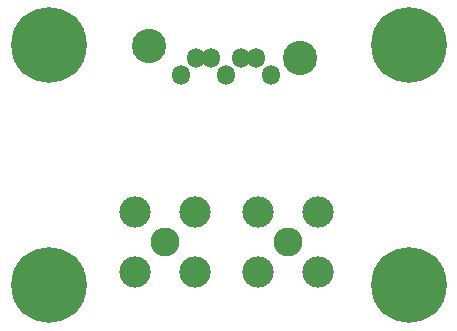
<source format=gbr>
%TF.GenerationSoftware,KiCad,Pcbnew,(5.99.0-10394-g2e15de97e0)*%
%TF.CreationDate,2021-05-18T12:17:20+02:00*%
%TF.ProjectId,SATABAL01A,53415441-4241-44c3-9031-412e6b696361,rev?*%
%TF.SameCoordinates,Original*%
%TF.FileFunction,Soldermask,Top*%
%TF.FilePolarity,Negative*%
%FSLAX46Y46*%
G04 Gerber Fmt 4.6, Leading zero omitted, Abs format (unit mm)*
G04 Created by KiCad (PCBNEW (5.99.0-10394-g2e15de97e0)) date 2021-05-18 12:17:20*
%MOMM*%
%LPD*%
G01*
G04 APERTURE LIST*
%ADD10O,1.500000X1.700000*%
%ADD11C,2.900000*%
%ADD12C,2.450000*%
%ADD13C,2.650000*%
%ADD14C,6.400000*%
G04 APERTURE END LIST*
D10*
%TO.C,J1*%
X23926800Y22858600D03*
X22656800Y24358600D03*
X21386800Y24358600D03*
X20116800Y22858600D03*
X18846800Y24358600D03*
X17576800Y24358600D03*
X16306800Y22858600D03*
D11*
X13556800Y25358600D03*
X26386800Y24358600D03*
%TD*%
D12*
%TO.C,J2*%
X14909800Y8763000D03*
D13*
X17449800Y6223000D03*
X17449800Y11303000D03*
X12369800Y11303000D03*
X12369800Y6223000D03*
%TD*%
D14*
%TO.C,H4*%
X35560000Y25400000D03*
%TD*%
D12*
%TO.C,J3*%
X25323800Y8763000D03*
D13*
X27863800Y6223000D03*
X22783800Y6223000D03*
X22783800Y11303000D03*
X27863800Y11303000D03*
%TD*%
D14*
%TO.C,H3*%
X35560000Y5080000D03*
%TD*%
%TO.C,H2*%
X5080000Y25400000D03*
%TD*%
%TO.C,H1*%
X5080000Y5080000D03*
%TD*%
M02*

</source>
